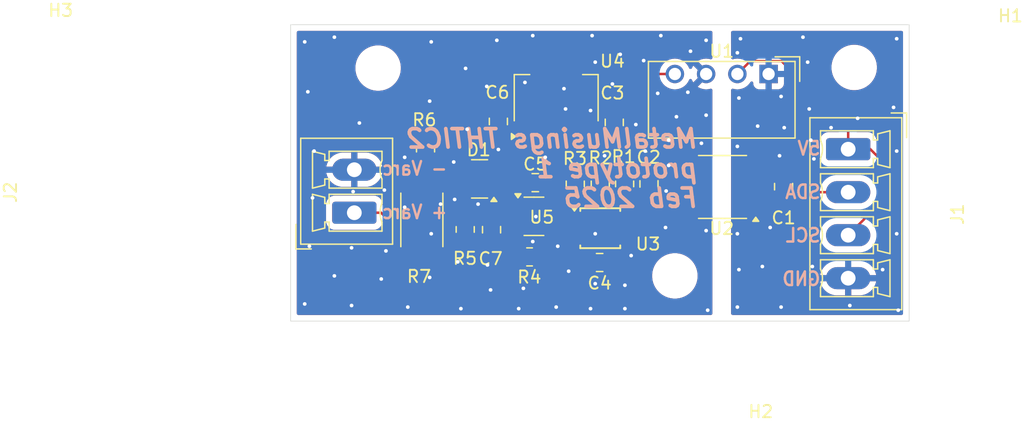
<source format=kicad_pcb>
(kicad_pcb (version 20240108) (generator "pcbnew") (generator_version "8.0")
  (layers (0 "F.Cu" signal) (31 "B.Cu" signal) (34 "B.Paste" user) (35 "F.Paste" user) (36 "B.SilkS" user "B.Silkscreen") (37 "F.SilkS" user "F.Silkscreen") (38 "B.Mask" user) (39 "F.Mask" user) (44 "Edge.Cuts" user))
  (net 0 "")
  (net 1 "GND")
  (net 2 "5V")
  (net 3 "Net-(U3-AIN0)")
  (net 4 "GND_ISO")
  (net 5 "Net-(U1-+Vout)")
  (net 6 "VCC_ISO")
  (net 8 "Net-(J1-Pin_2)")
  (net 9 "Net-(J1-Pin_3)")
  (net 10 "Net-(U2-SDA2)")
  (net 11 "Net-(D2-COM)")
  (net 12 "Net-(J2-Pin_1)")
  (net 14 "Net-(U7--)")
  (net 15 "Net-(R10-Pad2)")
  (net 17 "Net-(U2-SCL2)")
  (footprint "Package_TO_SOT_SMD:SOT-23-5" (layer "F.Cu") (at 167.8632 99.2924)
    (property "Reference" "U5" (at 0.6404 0.0724 0) (layer "F.SilkS"))
    (property "Value" "LMV321")
    (pad "1" smd roundrect (at -1.1375 -0.95) (size 1.325 0.6) (layers "F.Cu" "F.Paste" "F.Mask") (net 11 "Net-(D2-COM)"))
    (pad "2" smd roundrect (at -1.1375 0) (size 1.325 0.6) (layers "F.Cu" "F.Paste" "F.Mask") (net 4 "GND_ISO"))
    (pad "3" smd roundrect (at -1.1375 0.95) (size 1.325 0.6) (layers "F.Cu" "F.Paste" "F.Mask") (net 14 "Net-(U7--)"))
    (pad "4" smd roundrect (at 1.1375 0.95) (size 1.325 0.6) (layers "F.Cu" "F.Paste" "F.Mask") (net 14 "Net-(U7--)"))
    (pad "5" smd roundrect (at 1.1375 -0.95) (size 1.325 0.6) (layers "F.Cu" "F.Paste" "F.Mask") (net 6 "VCC_ISO"))
  )
  (footprint "MountingHole:MountingHole_3.2mm_M3" (layer "F.Cu") (at 193.9036 87.1728)
    (property "Reference" "H1" (at 12.7 -4.2 0) (layer "F.SilkS"))
    (property "Value" "MountingHole")
    (pad "" np_thru_hole circle (at 0 0) (size 3.2 3.2) (drill 3.2) (layers "*.Cu" "*.Mask"))
  )
  (footprint "Resistor_SMD:R_0805_2012Metric" (layer "F.Cu") (at 167.5076 102.5944)
    (property "Reference" "R4" (at -0.02 1.6472 0) (layer "F.SilkS"))
    (property "Value" "nP")
    (pad "1" smd roundrect (at -0.9125 0) (size 1.025 1.4) (layers "F.Cu" "F.Paste" "F.Mask") (roundrect_rratio 0.243902) (net 14 "Net-(U7--)"))
    (pad "2" smd roundrect (at 0.9125 0) (size 1.025 1.4) (layers "F.Cu" "F.Paste" "F.Mask") (roundrect_rratio 0.243902) (net 11 "Net-(D2-COM)"))
  )
  (footprint "Capacitor_SMD:C_0805_2012Metric" (layer "F.Cu") (at 164.4171 100.3808 -90)
    (property "Reference" "C7" (at 2.3574 0.0791 180) (layer "F.SilkS"))
    (property "Value" "1nF")
    (pad "1" smd roundrect (at -0.95 0 270) (size 1 1.45) (layers "F.Cu" "F.Paste" "F.Mask") (net 11 "Net-(D2-COM)"))
    (pad "2" smd roundrect (at 0.95 0 270) (size 1 1.45) (layers "F.Cu" "F.Paste" "F.Mask") (net 4 "GND_ISO"))
  )
  (footprint "Package_TO_SOT_SMD:SOT-23" (layer "F.Cu") (at 163.4436 96.2444 180)
    (property "Reference" "D1" (at 0.0708 2.366 0) (layer "F.SilkS"))
    (property "Value" "BAT54S")
    (pad "1" smd roundrect (at -0.9375 -0.95 180) (size 1.475 0.6) (layers "F.Cu" "F.Paste" "F.Mask") (net 4 "GND_ISO"))
    (pad "2" smd roundrect (at -0.9375 0.95 180) (size 1.475 0.6) (layers "F.Cu" "F.Paste" "F.Mask") (net 6 "VCC_ISO"))
    (pad "3" smd roundrect (at 0.9375 0 180) (size 1.475 0.6) (layers "F.Cu" "F.Paste" "F.Mask") (net 11 "Net-(D2-COM)"))
  )
  (footprint "Capacitor_SMD:C_0805_2012Metric" (layer "F.Cu") (at 177.2187 96.6518 -90)
    (property "Reference" "C2" (at -2.1638 0.0283 180) (layer "F.SilkS"))
    (property "Value" "100nF")
    (pad "1" smd roundrect (at -0.95 0 270) (size 1 1.45) (layers "F.Cu" "F.Paste" "F.Mask") (net 6 "VCC_ISO"))
    (pad "2" smd roundrect (at 0.95 0 270) (size 1 1.45) (layers "F.Cu" "F.Paste" "F.Mask") (net 4 "GND_ISO"))
  )
  (footprint "Capacitor_SMD:C_0805_2012Metric" (layer "F.Cu") (at 173.2055 103.0526 180)
    (property "Reference" "C4" (at 0 -1.68 0) (layer "F.SilkS"))
    (property "Value" "100nF")
    (pad "1" smd roundrect (at -0.95 0 180) (size 1 1.45) (layers "F.Cu" "F.Paste" "F.Mask") (net 6 "VCC_ISO"))
    (pad "2" smd roundrect (at 0.95 0 180) (size 1 1.45) (layers "F.Cu" "F.Paste" "F.Mask") (net 4 "GND_ISO"))
  )
  (footprint "MountingHole:MountingHole_3.2mm_M3" (layer "F.Cu") (at 155.194 87.2236)
    (property "Reference" "H3" (at -25.81 -4.694 0) (layer "F.SilkS"))
    (property "Value" "MountingHole")
    (pad "" np_thru_hole circle (at 0 0) (size 3.2 3.2) (drill 3.2) (layers "*.Cu" "*.Mask"))
  )
  (footprint "Resistor_SMD:R_0805_2012Metric" (layer "F.Cu") (at 171.2243 96.6518 90)
    (property "Reference" "R3" (at 2.0622 -0.0283 180) (layer "F.SilkS"))
    (property "Value" "47")
    (pad "1" smd roundrect (at -0.9125 0 90) (size 1.025 1.4) (layers "F.Cu" "F.Paste" "F.Mask") (roundrect_rratio 0.243902) (net 3 "Net-(U3-AIN0)"))
    (pad "2" smd roundrect (at 0.9125 0 90) (size 1.025 1.4) (layers "F.Cu" "F.Paste" "F.Mask") (roundrect_rratio 0.243902) (net 14 "Net-(U7--)"))
  )
  (footprint "Capacitor_SMD:C_0805_2012Metric" (layer "F.Cu") (at 167.9731 96.5502 180)
    (property "Reference" "C5" (at 0 1.5034 0) (layer "F.SilkS"))
    (property "Value" "100nF")
    (pad "1" smd roundrect (at -0.95 0 180) (size 1 1.45) (layers "F.Cu" "F.Paste" "F.Mask") (net 6 "VCC_ISO"))
    (pad "2" smd roundrect (at 0.95 0 180) (size 1 1.45) (layers "F.Cu" "F.Paste" "F.Mask") (net 4 "GND_ISO"))
  )
  (footprint "Resistor_SMD:R_0805_2012Metric" (layer "F.Cu") (at 173.2563 96.6518 -90)
    (property "Reference" "R2" (at -2.113 -0.0225 0) (layer "F.SilkS"))
    (property "Value" "2k2")
    (pad "1" smd roundrect (at -0.9125 0 270) (size 1.025 1.4) (layers "F.Cu" "F.Paste" "F.Mask") (roundrect_rratio 0.243902) (net 6 "VCC_ISO"))
    (pad "2" smd roundrect (at 0.9125 0 270) (size 1.025 1.4) (layers "F.Cu" "F.Paste" "F.Mask") (roundrect_rratio 0.243902) (net 17 "Net-(U2-SCL2)"))
  )
  (footprint "Package_SO:SOIC-8_3.9x4.9mm_P1.27mm" (layer "F.Cu") (at 183.199 96.901 180)
    (property "Reference" "U2" (at 0.065 -3.3782 0) (layer "F.SilkS"))
    (property "Value" "ISO1540")
    (pad "1" smd roundrect (at -2.475 -1.905 180) (size 1.95 0.6) (layers "F.Cu" "F.Paste" "F.Mask") (net 2 "5V"))
    (pad "2" smd roundrect (at -2.475 -0.635 180) (size 1.95 0.6) (layers "F.Cu" "F.Paste" "F.Mask") (net 8 "Net-(J1-Pin_2)"))
    (pad "3" smd roundrect (at -2.475 0.635 180) (size 1.95 0.6) (layers "F.Cu" "F.Paste" "F.Mask") (net 9 "Net-(J1-Pin_3)"))
    (pad "4" smd roundrect (at -2.475 1.905 180) (size 1.95 0.6) (layers "F.Cu" "F.Paste" "F.Mask") (net 1 "GND"))
    (pad "5" smd roundrect (at 2.475 1.905 180) (size 1.95 0.6) (layers "F.Cu" "F.Paste" "F.Mask") (net 4 "GND_ISO"))
    (pad "6" smd roundrect (at 2.475 0.635 180) (size 1.95 0.6) (layers "F.Cu" "F.Paste" "F.Mask") (net 17 "Net-(U2-SCL2)"))
    (pad "7" smd roundrect (at 2.475 -0.635 180) (size 1.95 0.6) (layers "F.Cu" "F.Paste" "F.Mask") (net 10 "Net-(U2-SDA2)"))
    (pad "8" smd roundrect (at 2.475 -1.905 180) (size 1.95 0.6) (layers "F.Cu" "F.Paste" "F.Mask") (net 6 "VCC_ISO"))
  )
  (footprint "MountingHole:MountingHole_3.2mm_M3" (layer "F.Cu") (at 179.324 104.14)
    (property "Reference" "H2" (at 6.985 11.049 0) (layer "F.SilkS"))
    (property "Value" "MountingHole")
    (pad "" np_thru_hole circle (at 0 0) (size 3.2 3.2) (drill 3.2) (layers "*.Cu" "*.Mask"))
  )
  (footprint "Resistor_SMD:R_2512_6332Metric" (layer "F.Cu") (at 158.75 99.5821 90)
    (property "Reference" "R7" (at -4.6087 -0.2315 180) (layer "F.SilkS"))
    (property "Value" "100k")
    (pad "1" smd roundrect (at -2.9625 0 90) (size 1.225 3.35) (layers "F.Cu" "F.Paste" "F.Mask") (roundrect_rratio 0.204082) (net 12 "Net-(J2-Pin_1)"))
    (pad "2" smd roundrect (at 2.9625 0 90) (size 1.225 3.35) (layers "F.Cu" "F.Paste" "F.Mask") (roundrect_rratio 0.204082) (net 15 "Net-(R10-Pad2)"))
  )
  (footprint "Connector_Phoenix_MC:PhoenixContact_MCV_1,5_2-G-3.5_1x02_P3.50mm_Vertical" (layer "F.Cu") (at 153.259 98.998 90)
    (property "Reference" "J2" (at 1.6625 -27.9615 90) (layer "F.SilkS"))
    (property "Value" "Plasma 300V")
    (pad "1" thru_hole roundrect (at 0 0 90) (size 1.8 3.6) (drill 1.2) (layers "*.Cu" "*.Mask") (roundrect_rratio 0.138889) (net 12 "Net-(J2-Pin_1)"))
    (pad "2" thru_hole oval (at 3.5 0 90) (size 1.8 3.6) (drill 1.2) (layers "*.Cu" "*.Mask") (net 4 "GND_ISO"))
  )
  (footprint "Capacitor_SMD:C_0805_2012Metric" (layer "F.Cu") (at 164.973 91.567 -90)
    (property "Reference" "C6" (at -2.3622 0.0762 180) (layer "F.SilkS"))
    (property "Value" "22uF Tant")
    (pad "1" smd roundrect (at -0.95 0 270) (size 1 1.45) (layers "F.Cu" "F.Paste" "F.Mask") (net 6 "VCC_ISO"))
    (pad "2" smd roundrect (at 0.95 0 270) (size 1 1.45) (layers "F.Cu" "F.Paste" "F.Mask") (net 4 "GND_ISO"))
  )
  (footprint "Capacitor_SMD:C_0805_2012Metric" (layer "F.Cu") (at 188.1632 96.8756 90)
    (property "Reference" "C1" (at -2.54 0 180) (layer "F.SilkS"))
    (property "Value" "100nF")
    (pad "1" smd roundrect (at -0.95 0 90) (size 1 1.45) (layers "F.Cu" "F.Paste" "F.Mask") (net 2 "5V"))
    (pad "2" smd roundrect (at 0.95 0 90) (size 1 1.45) (layers "F.Cu" "F.Paste" "F.Mask") (net 1 "GND"))
  )
  (footprint "Capacitor_SMD:C_0805_2012Metric" (layer "F.Cu") (at 174.3964 91.6432 -90)
    (property "Reference" "C3" (at -2.3876 0.1524 0) (layer "F.SilkS"))
    (property "Value" "10uF")
    (pad "1" smd roundrect (at -0.95 0 270) (size 1 1.45) (layers "F.Cu" "F.Paste" "F.Mask") (net 5 "Net-(U1-+Vout)"))
    (pad "2" smd roundrect (at 0.95 0 270) (size 1 1.45) (layers "F.Cu" "F.Paste" "F.Mask") (net 4 "GND_ISO"))
  )
  (footprint "Package_TO_SOT_SMD:SOT-223-3_TabPin2" (layer "F.Cu") (at 169.672 89.662 90)
    (property "Reference" "U4" (at 2.9972 4.572 0) (layer "F.SilkS"))
    (property "Value" "AMS1117-5")
    (pad "1" smd roundrect (at -3.15 -2.3 90) (size 2 1.5) (layers "F.Cu" "F.Paste" "F.Mask") (net 4 "GND_ISO"))
    (pad "2" smd roundrect (at -3.15 0 90) (size 2 1.5) (layers "F.Cu" "F.Paste" "F.Mask") (net 6 "VCC_ISO"))
    (pad "2" smd roundrect (at 3.15 0 90) (size 2 3.8) (layers "F.Cu" "F.Paste" "F.Mask") (net 6 "VCC_ISO"))
    (pad "3" smd roundrect (at -3.15 2.3 90) (size 2 1.5) (layers "F.Cu" "F.Paste" "F.Mask") (net 5 "Net-(U1-+Vout)"))
  )
  (footprint "Resistor_SMD:R_0805_2012Metric" (layer "F.Cu") (at 159.0502 93.8183 90)
    (property "Reference" "R6" (at 2.3783 -0.097 180) (layer "F.SilkS"))
    (property "Value" "1k27")
    (pad "1" smd roundrect (at -0.9125 0 90) (size 1.025 1.4) (layers "F.Cu" "F.Paste" "F.Mask") (roundrect_rratio 0.243902) (net 15 "Net-(R10-Pad2)"))
    (pad "2" smd roundrect (at 0.9125 0 90) (size 1.025 1.4) (layers "F.Cu" "F.Paste" "F.Mask") (roundrect_rratio 0.243902) (net 4 "GND_ISO"))
  )
  (footprint "Resistor_SMD:R_0805_2012Metric" (layer "F.Cu") (at 175.2375 96.6518 -90)
    (property "Reference" "R1" (at -2.2146 0.0791 0) (layer "F.SilkS"))
    (property "Value" "2k2")
    (pad "1" smd roundrect (at -0.9125 0 270) (size 1.025 1.4) (layers "F.Cu" "F.Paste" "F.Mask") (roundrect_rratio 0.243902) (net 6 "VCC_ISO"))
    (pad "2" smd roundrect (at 0.9125 0 270) (size 1.025 1.4) (layers "F.Cu" "F.Paste" "F.Mask") (roundrect_rratio 0.243902) (net 10 "Net-(U2-SDA2)"))
  )
  (footprint "Converter_DCDC:Converter_DCDC_TRACO_TEA1-xxxx_THT" (layer "F.Cu") (at 186.944 87.7045 -90)
    (property "Reference" "U1" (at -1.8525 3.81 0) (layer "F.SilkS"))
    (property "Value" "B0509S-1WR3")
    (pad "1" thru_hole rect (at 0 0 270) (size 1.5 1.5) (drill 1) (layers "*.Cu" "*.Mask") (net 1 "GND"))
    (pad "2" thru_hole circle (at 0 2.54 270) (size 1.5 1.5) (drill 1) (layers "*.Cu" "*.Mask") (net 2 "5V"))
    (pad "3" thru_hole circle (at 0 5.08 270) (size 1.5 1.5) (drill 1) (layers "*.Cu" "*.Mask") (net 4 "GND_ISO"))
    (pad "4" thru_hole circle (at 0 7.62 270) (size 1.5 1.5) (drill 1) (layers "*.Cu" "*.Mask") (net 5 "Net-(U1-+Vout)"))
  )
  (footprint "Connector_Phoenix_MC:PhoenixContact_MCV_1,5_4-G-3.5_1x04_P3.50mm_Vertical" (layer "F.Cu") (at 193.4135 93.8275 -90)
    (property "Reference" "J1" (at 5.293 -8.89 90) (layer "F.SilkS"))
    (property "Value" "Conn_01x04_Pin")
    (pad "1" thru_hole roundrect (at 0 0 270) (size 1.8 3.6) (drill 1.2) (layers "*.Cu" "*.Mask") (roundrect_rratio 0.138889) (net 2 "5V"))
    (pad "2" thru_hole oval (at 3.5 0 270) (size 1.8 3.6) (drill 1.2) (layers "*.Cu" "*.Mask") (net 8 "Net-(J1-Pin_2)"))
    (pad "3" thru_hole oval (at 7 0 270) (size 1.8 3.6) (drill 1.2) (layers "*.Cu" "*.Mask") (net 9 "Net-(J1-Pin_3)"))
    (pad "4" thru_hole oval (at 10.5 0 270) (size 1.8 3.6) (drill 1.2) (layers "*.Cu" "*.Mask") (net 1 "GND"))
  )
  (footprint "Resistor_SMD:R_0805_2012Metric" (layer "F.Cu") (at 162.2752 100.3592 -90)
    (property "Reference" "R5" (at 2.3584 0.02 0) (layer "F.SilkS"))
    (property "Value" "10k")
    (pad "1" smd roundrect (at -0.9125 0 270) (size 1.025 1.4) (layers "F.Cu" "F.Paste" "F.Mask") (roundrect_rratio 0.243902) (net 11 "Net-(D2-COM)"))
    (pad "2" smd roundrect (at 0.9125 0 270) (size 1.025 1.4) (layers "F.Cu" "F.Paste" "F.Mask") (roundrect_rratio 0.243902) (net 15 "Net-(R10-Pad2)"))
  )
  (footprint "Package_SO:TSSOP-10_3x3mm_P0.5mm" (layer "F.Cu") (at 173.2563 100.2586)
    (property "Reference" "U3" (at 3.8833 1.2906 0) (layer "F.SilkS"))
    (property "Value" "ADS1014IDGS")
    (pad "1" smd rect (at -2.15 -1) (size 1.1 0.25) (layers "F.Cu" "F.Paste" "F.Mask") (net 4 "GND_ISO"))
    (pad "2" smd rect (at -2.15 -0.5) (size 1.1 0.25) (layers "F.Cu" "F.Paste" "F.Mask"))
    (pad "3" smd rect (at -2.15 0) (size 1.1 0.25) (layers "F.Cu" "F.Paste" "F.Mask") (net 4 "GND_ISO"))
    (pad "4" smd rect (at -2.15 0.5) (size 1.1 0.25) (layers "F.Cu" "F.Paste" "F.Mask") (net 3 "Net-(U3-AIN0)"))
    (pad "5" smd rect (at -2.15 1) (size 1.1 0.25) (layers "F.Cu" "F.Paste" "F.Mask") (net 4 "GND_ISO"))
    (pad "6" smd rect (at 2.15 1) (size 1.1 0.25) (layers "F.Cu" "F.Paste" "F.Mask"))
    (pad "7" smd rect (at 2.15 0.5) (size 1.1 0.25) (layers "F.Cu" "F.Paste" "F.Mask"))
    (pad "8" smd rect (at 2.15 0) (size 1.1 0.25) (layers "F.Cu" "F.Paste" "F.Mask") (net 6 "VCC_ISO"))
    (pad "9" smd rect (at 2.15 -0.5) (size 1.1 0.25) (layers "F.Cu" "F.Paste" "F.Mask") (net 10 "Net-(U2-SDA2)"))
    (pad "10" smd rect (at 2.15 -1) (size 1.1 0.25) (layers "F.Cu" "F.Paste" "F.Mask") (net 17 "Net-(U2-SCL2)"))
  )
  (gr_rect (start 148.082 83.693) (end 198.374 107.823) (stroke (width 0.05)) (fill none) (layer "Edge.Cuts"))
  (gr_text "MetalMusings THTIC2\nprototype 1\nFeb 2025" (at 181.356 98.679 0) (layer "B.SilkS") (effects (font (size 1.5 1.5) (thickness 0.3) (bold yes) (italic yes)) (justify left bottom mirror)))
  (gr_text "- Varc\n\n+ Varc\n" (at 160.909 99.5821 0) (layer "B.SilkS") (effects (font (size 1.1 1) (thickness 0.2) (bold yes)) (justify left bottom mirror)))
  (gr_text "5V\n\nSDA\n\nSCL\n\nGND" (at 191.262 105.029 0) (layer "B.SilkS") (effects (font (size 1.1 1) (thickness 0.2) (bold yes)) (justify left bottom mirror)))
  (segment (start 185.674 94.996) (end 186.944 93.726) (width 0.2) (layer "F.Cu") (net 1))
  (segment (start 185.674 94.996) (end 187.2336 94.996) (width 0.2) (layer "F.Cu") (net 1))
  (segment (start 187.2336 94.996) (end 188.1632 95.9256) (width 0.2) (layer "F.Cu") (net 1))
  (segment (start 186.944 93.726) (end 186.944 87.7045) (width 0.2) (layer "F.Cu") (net 1))
  (via (at 192.024 92.075) (size 0.6) (drill 0.3) (layers "F.Cu" "B.Cu") (net 1))
  (via (at 197.104 90.424) (size 0.6) (drill 0.3) (layers "F.Cu" "B.Cu") (net 1))
  (via (at 184.404 100.711) (size 0.6) (drill 0.3) (layers "F.Cu" "B.Cu") (net 1))
  (via (at 190.5 103.378) (size 0.6) (drill 0.3) (layers "F.Cu" "B.Cu") (net 1))
  (via (at 190.119 86.741) (size 0.6) (drill 0.3) (layers "F.Cu" "B.Cu") (net 1))
  (via (at 184.404 93.599) (size 0.6) (drill 0.3) (layers "F.Cu" "B.Cu") (net 1))
  (via (at 196.215 103.632) (size 0.6) (drill 0.3) (layers "F.Cu" "B.Cu") (net 1))
  (via (at 184.658 84.836) (size 0.6) (drill 0.3) (layers "F.Cu" "B.Cu") (net 1))
  (via (at 189.738 84.709) (size 0.6) (drill 0.3) (layers "F.Cu" "B.Cu") (net 1))
  (via (at 197.485 106.934) (size 0.6) (drill 0.3) (layers "F.Cu" "B.Cu") (net 1))
  (via (at 194.183 91.313) (size 0.6) (drill 0.3) (layers "F.Cu" "B.Cu") (net 1))
  (via (at 187.96 89.535) (size 0.6) (drill 0.3) (layers "F.Cu" "B.Cu") (net 1))
  (via (at 190.627 94.615) (size 0.6) (drill 0.3) (layers "F.Cu" "B.Cu") (net 1))
  (via (at 187.96 106.68) (size 0.6) (drill 0.3) (layers "F.Cu" "B.Cu") (net 1))
  (via (at 193.548 106.553) (size 0.6) (drill 0.3) (layers "F.Cu" "B.Cu") (net 1))
  (via (at 187.833 94.361) (size 0.6) (drill 0.3) (layers "F.Cu" "B.Cu") (net 1))
  (via (at 197.358 93.98) (size 0.6) (drill 0.3) (layers "F.Cu" "B.Cu") (net 1))
  (via (at 190.373 93.091) (size 0.6) (drill 0.3) (layers "F.Cu" "B.Cu") (net 1))
  (via (at 197.358 100.711) (size 0.6) (drill 0.3) (layers "F.Cu" "B.Cu") (net 1))
  (via (at 184.404 85.979) (size 0.6) (drill 0.3) (layers "F.Cu" "B.Cu") (net 1))
  (via (at 186.436 103.378) (size 0.6) (drill 0.3) (layers "F.Cu" "B.Cu") (net 1))
  (via (at 186.055 91.948) (size 0.6) (drill 0.3) (layers "F.Cu" "B.Cu") (net 1))
  (via (at 197.358 84.836) (size 0.6) (drill 0.3) (layers "F.Cu" "B.Cu") (net 1))
  (via (at 188.214 92.075) (size 0.6) (drill 0.3) (layers "F.Cu" "B.Cu") (net 1))
  (via (at 190.246 90.551) (size 0.6) (drill 0.3) (layers "F.Cu" "B.Cu") (net 1))
  (via (at 184.531 103.632) (size 0.6) (drill 0.3) (layers "F.Cu" "B.Cu") (net 1))
  (via (at 184.404 106.68) (size 0.6) (drill 0.3) (layers "F.Cu" "B.Cu") (net 1))
  (via (at 187.071 100.203) (size 0.6) (drill 0.3) (layers "F.Cu" "B.Cu") (net 1))
  (via (at 184.531 89.662) (size 0.6) (drill 0.3) (layers "F.Cu" "B.Cu") (net 1))
  (segment (start 193.4135 93.8275) (end 193.4135 92.074) (width 0.2) (layer "F.Cu") (net 2))
  (segment (start 185.674 98.806) (end 187.1828 98.806) (width 0.2) (layer "F.Cu") (net 2))
  (segment (start 195.072 102.489) (end 196.361 101.2) (width 0.2) (layer "F.Cu") (net 2))
  (segment (start 196.361 94.975) (end 195.2135 93.8275) (width 0.2) (layer "F.Cu") (net 2))
  (segment (start 191.262 102.489) (end 195.072 102.489) (width 0.2) (layer "F.Cu") (net 2))
  (segment (start 188.1632 99.3902) (end 191.262 102.489) (width 0.2) (layer "F.Cu") (net 2))
  (segment (start 188.1632 97.8256) (end 188.1632 99.3902) (width 0.2) (layer "F.Cu") (net 2))
  (segment (start 195.2135 93.8275) (end 193.4135 93.8275) (width 0.2) (layer "F.Cu") (net 2))
  (segment (start 185.454 86.6545) (end 184.404 87.7045) (width 0.2) (layer "F.Cu") (net 2))
  (segment (start 196.361 101.2) (end 196.361 94.975) (width 0.2) (layer "F.Cu") (net 2))
  (segment (start 187.1828 98.806) (end 188.1632 97.8256) (width 0.2) (layer "F.Cu") (net 2))
  (segment (start 193.4135 92.074) (end 187.994 86.6545) (width 0.2) (layer "F.Cu") (net 2))
  (segment (start 187.994 86.6545) (end 185.454 86.6545) (width 0.2) (layer "F.Cu") (net 2))
  (segment (start 171.1063 100.7586) (end 171.8813 100.7586) (width 0.2) (layer "F.Cu") (net 3))
  (segment (start 171.2243 98.1016) (end 171.2243 97.5643) (width 0.2) (layer "F.Cu") (net 3))
  (segment (start 171.8813 100.7586) (end 171.9563 100.6836) (width 0.2) (layer "F.Cu") (net 3))
  (segment (start 171.9563 100.6836) (end 171.9563 98.8336) (width 0.2) (layer "F.Cu") (net 3))
  (segment (start 171.9563 98.8336) (end 171.2243 98.1016) (width 0.2) (layer "F.Cu") (net 3))
  (segment (start 171.1063 100.2586) (end 170.3313 100.2586) (width 0.2) (layer "F.Cu") (net 4))
  (segment (start 170.3313 101.2586) (end 170.2563 101.1836) (width 0.2) (layer "F.Cu") (net 4))
  (segment (start 177.5893 97.2312) (end 177.2187 97.6018) (width 0.2) (layer "F.Cu") (net 4))
  (segment (start 171.1063 101.9034) (end 171.1063 101.2586) (width 0.2) (layer "F.Cu") (net 4))
  (segment (start 167.0231 96.5502) (end 166.6673 96.1944) (width 0.2) (layer "F.Cu") (net 4))
  (segment (start 161.163 95.9358) (end 161.3408 95.758) (width 0.2) (layer "F.Cu") (net 4))
  (segment (start 170.250187 102.261557) (end 168.079744 104.432) (width 0.2) (layer "F.Cu") (net 4))
  (segment (start 160.782 98.552) (end 161.417 97.917) (width 0.2) (layer "F.Cu") (net 4))
  (segment (start 178.6128 97.2312) (end 177.5893 97.2312) (width 0.2) (layer "F.Cu") (net 4))
  (segment (start 161.163 96.901) (end 161.163 95.9358) (width 0.2) (layer "F.Cu") (net 4))
  (segment (start 157.6652 92.9058) (end 159.0502 92.9058) (width 0.2) (layer "F.Cu") (net 4))
  (segment (start 164.4171 101.361) (end 163.861744 101.361) (width 0.2) (layer "F.Cu") (net 4))
  (segment (start 179.324 94.996) (end 179.1716 95.1484) (width 0.2) (layer "F.Cu") (net 4))
  (segment (start 164.0284 88.7174) (end 167.5338 85.212) (width 0.2) (layer "F.Cu") (net 4))
  (segment (start 161.3408 93.5228) (end 160.7238 92.9058) (width 0.2) (layer "F.Cu") (net 4))
  (segment (start 164.973 92.517) (end 167.077 92.517) (width 0.2) (layer "F.Cu") (net 4))
  (segment (start 166.6673 96.1944) (end 163.86 96.1944) (width 0.2) (layer "F.Cu") (net 4))
  (segment (start 174.3964 92.5932) (end 176.8737 92.5932) (width 0.2) (layer "F.Cu") (net 4))
  (segment (start 167.5338 85.212) (end 179.3715 85.212) (width 0.2) (layer "F.Cu") (net 4))
  (segment (start 160.782 99.450744) (end 160.782 98.552) (width 0.2) (layer "F.Cu") (net 4))
  (segment (start 161.3408 95.758) (end 161.3408 94.869) (width 0.2) (layer "F.Cu") (net 4))
  (segment (start 181.864 87.7045) (end 180.37725 89.19125) (width 0.2) (layer "F.Cu") (net 4))
  (segment (start 164.973 92.517) (end 163.449 90.993) (width 0.2) (layer "F.Cu") (net 4))
  (segment (start 171.1063 99.2586) (end 170.3563 99.2586) (width 0.2) (layer "F.Cu") (net 4))
  (segment (start 161.417 97.917) (end 162.1396 97.1944) (width 0.2) (layer "F.Cu") (net 4))
  (segment (start 179.578 94.996) (end 179.324 94.996) (width 0.2) (layer "F.Cu") (net 4))
  (segment (start 167.077 92.517) (end 167.372 92.812) (width 0.2) (layer "F.Cu") (net 4))
  (segment (start 179.324 94.996) (end 176.94825 92.62025) (width 0.2) (layer "F.Cu") (net 4))
  (segment (start 167.894 97.4211) (end 167.894 98.786599) (width 0.2) (layer "F.Cu") (net 4))
  (segment (start 170.2563 100.3336) (end 170.3313 100.2586) (width 0.2) (layer "F.Cu") (net 4))
  (segment (start 161.8488 95.25) (end 162.9156 95.25) (width 0.2) (layer "F.Cu") (net 4))
  (segment (start 170.2563 101.1836) (end 170.2563 100.3336) (width 0.2) (layer "F.Cu") (net 4))
  (segment (start 162.9156 95.25) (end 162.9156 94.5744) (width 0.2) (layer "F.Cu") (net 4))
  (segment (start 166.36977 104.432) (end 164.4171 102.47933) (width 0.2) (layer "F.Cu") (net 4))
  (segment (start 164.4171 102.47933) (end 164.4171 101.361) (width 0.2) (layer "F.Cu") (net 4))
  (segment (start 164.3811 97.1944) (end 161.4564 97.1944) (width 0.2) (layer "F.Cu") (net 4))
  (segment (start 162.1396 97.1944) (end 164.3811 97.1944) (width 0.2) (layer "F.Cu") (net 4))
  (segment (start 180.37725 89.19125) (end 176.94825 92.62025) (width 0.2) (layer "F.Cu") (net 4))
  (segment (start 162.759944 100.2592) (end 161.590456 100.2592) (width 0.2) (layer "F.Cu") (net 4))
  (segment (start 167.0231 96.5502) (end 167.894 97.4211) (width 0.2) (layer "F.Cu") (net 4))
  (segment (start 161.3408 95.758) (end 161.8488 95.25) (width 0.2) (layer "F.Cu") (net 4))
  (segment (start 170.3313 100.2586) (end 170.2563 100.1836) (width 0.2) (layer "F.Cu") (net 4))
  (segment (start 156.21 95.377) (end 156.21 94.361) (width 0.2) (layer "F.Cu") (net 4))
  (segment (start 170.2563 100.1836) (end 170.2563 99.3336) (width 0.2) (layer "F.Cu") (net 4))
  (segment (start 162.9156 94.5744) (end 164.973 92.517) (width 0.2) (layer "F.Cu") (net 4))
  (segment (start 170.250187 99.364713) (end 170.250187 102.261557) (width 0.2) (layer "F.Cu") (net 4))
  (segment (start 161.4564 97.1944) (end 161.163 96.901) (width 0.2) (layer "F.Cu") (net 4))
  (segment (start 170.2563 99.3336) (end 170.3313 99.2586) (width 0.2) (layer "F.Cu") (net 4))
  (segment (start 176.8737 92.5932) (end 176.9245 92.644) (width 0.2) (layer "F.Cu") (net 4))
  (segment (start 161.3408 94.869) (end 161.3408 93.5228) (width 0.2) (layer "F.Cu") (net 4))
  (segment (start 179.1716 95.1484) (end 178.816 95.1484) (width 0.2) (layer "F.Cu") (net 4))
  (segment (start 156.089 95.498) (end 156.21 95.377) (width 0.2) (layer "F.Cu") (net 4))
  (segment (start 176.94825 92.62025) (end 176.9245 92.644) (width 0.2) (layer "F.Cu") (net 4))
  (segment (start 179.3715 85.212) (end 181.864 87.7045) (width 0.2) (layer "F.Cu") (net 4))
  (segment (start 163.861744 101.361) (end 162.759944 100.2592) (width 0.2) (layer "F.Cu") (net 4))
  (segment (start 167.388199 99.2924) (end 166.7257 99.2924) (width 0.2) (layer "F.Cu") (net 4))
  (segment (start 171.1063 101.2586) (end 170.3313 101.2586) (width 0.2) (layer "F.Cu") (net 4))
  (segment (start 172.2555 103.0526) (end 171.1063 101.9034) (width 0.2) (layer "F.Cu") (net 4))
  (segment (start 153.259 95.498) (end 156.089 95.498) (width 0.2) (layer "F.Cu") (net 4))
  (segment (start 156.21 94.361) (end 157.6652 92.9058) (width 0.2) (layer "F.Cu") (net 4))
  (segment (start 170.3563 99.2586) (end 170.250187 99.364713) (width 0.2) (layer "F.Cu") (net 4))
  (segment (start 163.449 89.2968) (end 164.0284 88.7174) (width 0.2) (layer "F.Cu") (net 4))
  (segment (start 162.9156 95.25) (end 163.322 95.6564) (width 0.2) (layer "F.Cu") (net 4))
  (segment (start 167.894 98.786599) (end 167.388199 99.2924) (width 0.2) (layer "F.Cu") (net 4))
  (segment (start 160.7238 92.9058) (end 159.0502 92.9058) (width 0.2) (layer "F.Cu") (net 4))
  (segment (start 163.86 96.1944) (end 163.322 95.6564) (width 0.2) (layer "F.Cu") (net 4))
  (segment (start 170.3313 99.2586) (end 171.1063 99.2586) (width 0.2) (layer "F.Cu") (net 4))
  (segment (start 180.724 94.996) (end 179.578 94.996) (width 0.2) (layer "F.Cu") (net 4))
  (segment (start 163.449 90.993) (end 163.449 89.2968) (width 0.2) (layer "F.Cu") (net 4))
  (segment (start 168.079744 104.432) (end 166.36977 104.432) (width 0.2) (layer "F.Cu") (net 4))
  (segment (start 161.590456 100.2592) (end 160.782 99.450744) (width 0.2) (layer "F.Cu") (net 4))
  (via (at 178.6128 97.2312) (size 0.6) (drill 0.3) (layers "F.Cu" "B.Cu") (net 4))
  (via (at 149.225 85.09) (size 0.6) (drill 0.3) (layers "F.Cu" "B.Cu") (net 4))
  (via (at 169.672 106.68) (size 0.6) (drill 0.3) (layers "F.Cu" "B.Cu") (net 4))
  (via (at 155.829 102.108) (size 0.6) (drill 0.3) (layers "F.Cu" "B.Cu") (net 4))
  (via (at 167.005 105.156) (size 0.6) (drill 0.3) (layers "F.Cu" "B.Cu") (net 4))
  (via (at 172.847 104.775) (size 0.6) (drill 0.3) (layers "F.Cu" "B.Cu") (net 4))
  (via (at 181.864 100.457) (size 0.6) (drill 0.3) (layers "F.Cu" "B.Cu") (net 4))
  (via (at 159.385 89.916) (size 0.6) (drill 0.3) (layers "F.Cu" "B.Cu") (net 4))
  (via (at 176.784 86.614) (size 0.6) (drill 0.3) (layers "F.Cu" "B.Cu") (net 4))
  (via (at 153.162 97.282) (size 0.6) (drill 0.3) (layers "F.Cu" "B.Cu") (net 4))
  (via (at 181.483 93.345) (size 0.6) (drill 0.3) (layers "F.Cu" "B.Cu") (net 4))
  (via (at 167.767 101.346) (size 0.6) (drill 0.3) (layers "F.Cu" "B.Cu") (net 4))
  (via (at 181.864 84.963) (size 0.6) (drill 0.3) (layers "F.Cu" "B.Cu") (net 4))
  (via (at 168.021 99.314) (size 0.6) (drill 0.3) (layers "F.Cu" "B.Cu") (net 4))
  (via (at 149.987 93.98) (size 0.6) (drill 0.3) (layers "F.Cu" "B.Cu") (net 4))
  (via (at 181.991 106.934) (size 0.6) (drill 0.3) (layers "F.Cu" "B.Cu") (net 4))
  (via (at 164.973 93.853) (size 0.6) (drill 0.3) (layers "F.Cu" "B.Cu") (net 4))
  (via (at 157.353 98.552) (size 0.6) (drill 0.3) (layers "F.Cu" "B.Cu") (net 4))
  (via (at 159.512 85.09) (size 0.6) (drill 0.3) (layers "F.Cu" "B.Cu") (net 4))
  (via (at 159.512 100.711) (size 0.6) (drill 0.3) (layers "F.Cu" "B.Cu") (net 4))
  (via (at 149.479 89.154) (size 0.6) (drill 0.3) (layers "F.Cu" "B.Cu") (net 4))
  (via (at 175.768 102.489) (size 0.6) (drill 0.3) (layers "F.Cu" "B.Cu") (net 4))
  (via (at 174.244 88.519) (size 0.6) (drill 0.3) (layers "F.Cu" "B.Cu") (net 4))
  (via (at 173.609 94.361) (size 0.6) (drill 0.3) (layers "F.Cu" "B.Cu") (net 4))
  (via (at 178.562 100.203) (size 0.6) (drill 0.3) (layers "F.Cu" "B.Cu") (net 4))
  (via (at 176.149 91.821) (size 0.6) (drill 0.3) (layers "F.Cu" "B.Cu") (net 4))
  (via (at 153.035 101.854) (size 0.6) (drill 0.3) (layers "F.Cu" "B.Cu") (net 4))
  (via (at 164.338 105.283) (size 0.6) (drill 0.3) (layers "F.Cu" "B.Cu") (net 4))
  (via (at 160.274 98.298) (size 0.6) (drill 0.3) (layers "F.Cu" "B.Cu") (net 4))
  (via (at 151.638 104.14) (size 0.6) (drill 0.3) (layers "F.Cu" "B.Cu") (net 4))
  (via (at 163.322 98.298) (size 0.6) (drill 0.3) (layers "F.Cu" "B.Cu") (net 4))
  (via (at 149.606 101.727) (size 0.6) (drill 0.3) (layers "F.Cu" "B.Cu") (net 4))
  (via (at 175.26 104.902) (size 0.6) (drill 0.3) (layers "F.Cu" "B.Cu") (net 4))
  (via (at 149.225 106.426) (size 0.6) (drill 0.3) (layers "F.Cu" "B.Cu") (net 4))
  (via (at 172.847 100.711) (size 0.6) (drill 0.3) (layers "F.Cu" "B.Cu") (net 4))
  (via (at 162.306 87.249) (size 0.6) (drill 0.3) (layers "F.Cu" "B.Cu") (net 4))
  (via (at 166.624 106.807) (size 0.6) (drill 0.3) (layers "F.Cu" "B.Cu") (net 4))
  (via (at 164.084 103.251) (size 0.6) (drill 0.3) (layers "F.Cu" "B.Cu") (net 4))
  (via (at 161.925 106.807) (size 0.6) (drill 0.3) (layers "F.Cu" "B.Cu") (net 4))
  (via (at 162.433 92.202) (size 0.6) (drill 0.3) (layers "F.Cu" "B.Cu") (net 4))
  (via (at 155.702 97.155) (size 0.6) (drill 0.3) (layers "F.Cu" "B.Cu") (net 4))
  (via (at 170.307 88.9) (size 0.6) (drill 0.3) (layers "F.Cu" "B.Cu") (net 4))
  (via (at 157.607 106.68) (size 0.6) (drill 0.3) (layers "F.Cu" "B.Cu") (net 4))
  (via (at 178.181 84.582) (size 0.6) (drill 0.3) (layers "F.Cu" "B.Cu") (net 4))
  (via (at 175.26 106.807) (size 0.6) (drill 0.3) (layers "F.Cu" "B.Cu") (net 4))
  (via (at 172.593 84.582) (size 0.6) (drill 0.3) (layers "F.Cu" "B.Cu") (net 4))
  (via (at 159.385 104.267) (size 0.6) (drill 0.3) (layers "F.Cu" "B.Cu") (net 4))
  (via (at 153.035 106.553) (size 0.6) (drill 0.3) (layers "F.Cu" "B.Cu") (net 4))
  (via (at 180.37725 89.19125) (size 0.6) (drill 0.3) (layers "F.Cu" "B.Cu") (net 4))
  (via (at 176.911 93.98) (size 0.6) (drill 0.3) (layers "F.Cu" "B.Cu") (net 4))
  (via (at 172.466 106.807) (size 0.6) (drill 0.3) (layers "F.Cu" "B.Cu") (net 4))
  (via (at 172.466 90.678) (size 0.6) (drill 0.3) (layers "F.Cu" "B.Cu") (net 4))
  (via (at 170.434 90.551) (size 0.6) (drill 0.3) (layers "F.Cu" "B.Cu") (net 4))
  (via (at 161.671 102.997) (size 0.6) (drill 0.3) (layers "F.Cu" "B.Cu") (net 4))
  (via (at 174.879 86.106) (size 0.6) (drill 0.3) (layers "F.Cu" "B.Cu") (net 4))
  (via (at 177.927 89.281) (size 0.6) (drill 0.3) (layers "F.Cu" "B.Cu") (net 4))
  (via (at 179.451 91.186) (size 0.6) (drill 0.3) (layers "F.Cu" "B.Cu") (net 4))
  (via (at 169.799 101.727) (size 0.6) (drill 0.3) (layers "F.Cu" "B.Cu") (net 4))
  (via (at 164.0284 88.7174) (size 0.6) (drill 0.3) (layers "F.Cu" "B.Cu") (net 4))
  (via (at 155.448 104.394) (size 0.6) (drill 0.3) (layers "F.Cu" "B.Cu") (net 4))
  (via (at 149.86 97.79) (size 0.6) (drill 0.3) (layers "F.Cu" "B.Cu") (net 4))
  (via (at 170.688 103.759) (size 0.6) (drill 0.3) (layers "F.Cu" "B.Cu") (net 4))
  (via (at 181.864 91.059) (size 0.6) (drill 0.3) (layers "F.Cu" "B.Cu") (net 4))
  (via (at 157.353 94.488) (size 0.6) (drill 0.3) (layers "F.Cu" "B.Cu") (net 4))
  (via (at 180.594 85.852) (size 0.6) (drill 0.3) (layers "F.Cu" "B.Cu") (net 4))
  (via (at 161.417 97.917) (size 0.6) (drill 0.3) (layers "F.Cu" "B.Cu") (net 4))
  (via (at 167.132 88.392) (size 0.6) (drill 0.3) (layers "F.Cu" "B.Cu") (net 4))
  (via (at 178.816 95.1484) (size 0.6) (drill 0.3) (layers "F.Cu" "B.Cu") (net 4))
  (via (at 167.767 84.582) (size 0.6) (drill 0.3) (layers "F.Cu" "B.Cu") (net 4))
  (via (at 153.67 91.694) (size 0.6) (drill 0.3) (layers "F.Cu" "B.Cu") (net 4))
  (via (at 172.847 86.741) (size 0.6) (drill 0.3) (layers "F.Cu" "B.Cu") (net 4))
  (via (at 164.846 84.963) (size 0.6) (drill 0.3) (layers "F.Cu" "B.Cu") (net 4))
  (via (at 168.783 94.488) (size 0.6) (drill 0.3) (layers "F.Cu" "B.Cu") (net 4))
  (via (at 178.816 93.091) (size 0.6) (drill 0.3) (layers "F.Cu" "B.Cu") (net 4))
  (via (at 151.638 84.709) (size 0.6) (drill 0.3) (layers "F.Cu" "B.Cu") (net 4))
  (via (at 161.3408 94.869) (size 0.6) (drill 0.3) (layers "F.Cu" "B.Cu") (net 4))
  (segment (start 178.816 95.1484) (end 178.816 97.028) (width 0.2) (layer "B.Cu") (net 4))
  (segment (start 178.816 97.028) (end 178.6128 97.2312) (width 0.2) (layer "B.Cu") (net 4))
  (segment (start 177.1565 87.9331) (end 177.1565 87.7045) (width 0.2) (layer "F.Cu") (net 5))
  (segment (start 174.3964 90.6932) (end 172.2776 92.812) (width 0.2) (layer "F.Cu") (net 5))
  (segment (start 179.324 87.7045) (end 177.1565 87.7045) (width 0.2) (layer "F.Cu") (net 5))
  (segment (start 174.3964 90.6932) (end 174.1678 90.6932) (width 0.2) (layer "F.Cu") (net 5))
  (segment (start 174.1678 90.6932) (end 174.117 90.744) (width 0.2) (layer "F.Cu") (net 5))
  (segment (start 174.3964 90.6932) (end 177.1565 87.9331) (width 0.2) (layer "F.Cu") (net 5))
  (segment (start 174.04 90.744) (end 174.117 90.744) (width 0.2) (layer "F.Cu") (net 5))
  (segment (start 172.2776 92.812) (end 171.972 92.812) (width 0.2) (layer "F.Cu") (net 5))
  (segment (start 168.79 87.394) (end 168.79 89.6141) (width 0.2) (layer "F.Cu") (net 6))
  (segment (start 173.2563 95.7393) (end 172.2243 96.7713) (width 0.2) (layer "F.Cu") (net 6))
  (segment (start 168.4013 95.2944) (end 168.9231 95.8162) (width 0.2) (layer "F.Cu") (net 6))
  (segment (start 174.1555 100.467115) (end 174.1555 103.0526) (width 0.2) (layer "F.Cu") (net 6))
  (segment (start 172.4105 94.8935) (end 169.8458 94.8935) (width 0.2) (layer "F.Cu") (net 6))
  (segment (start 168.79 91.93) (end 169.672 92.812) (width 0.2) (layer "F.Cu") (net 6))
  (segment (start 173.2563 95.7393) (end 172.4105 94.8935) (width 0.2) (layer "F.Cu") (net 6))
  (segment (start 177.3634 100.2586) (end 177.546 100.076) (width 0.2) (layer "F.Cu") (net 6))
  (segment (start 175.4063 100.2586) (end 174.364015 100.2586) (width 0.2) (layer "F.Cu") (net 6))
  (segment (start 169.0007 98.3424) (end 168.9231 98.2648) (width 0.2) (layer "F.Cu") (net 6))
  (segment (start 169.8458 94.8935) (end 168.9231 95.8162) (width 0.2) (layer "F.Cu") (net 6))
  (segment (start 168.79 89.6141) (end 165.9759 89.6141) (width 0.2) (layer "F.Cu") (net 6))
  (segment (start 168.9231 98.2648) (end 168.9231 96.5502) (width 0.2) (layer "F.Cu") (net 6))
  (segment (start 175.275 95.7018) (end 175.2375 95.7393) (width 0.2) (layer "F.Cu") (net 6))
  (segment (start 177.546 100.076) (end 177.546 99.187) (width 0.2) (layer "F.Cu") (net 6))
  (segment (start 175.2375 95.7393) (end 173.2563 95.7393) (width 0.2) (layer "F.Cu") (net 6))
  (segment (start 168.9231 95.8162) (end 168.9231 96.5502) (width 0.2) (layer "F.Cu") (net 6))
  (segment (start 175.4063 100.2586) (end 177.3634 100.2586) (width 0.2) (layer "F.Cu") (net 6))
  (segment (start 172.2243 98.535915) (end 174.1555 100.467115) (width 0.2) (layer "F.Cu") (net 6))
  (segment (start 169.8458 92.9858) (end 169.672 92.812) (width 0.2) (layer "F.Cu") (net 6))
  (segment (start 169.672 86.512) (end 168.79 87.394) (width 0.2) (layer "F.Cu") (net 6))
  (segment (start 172.2243 96.7713) (end 172.2243 98.535915) (width 0.2) (layer "F.Cu") (net 6))
  (segment (start 164.3811 95.2944) (end 168.4013 95.2944) (width 0.2) (layer "F.Cu") (net 6))
  (segment (start 177.2187 95.7018) (end 175.275 95.7018) (width 0.2) (layer "F.Cu") (net 6))
  (segment (start 180.343 99.187) (end 180.724 98.806) (width 0.2) (layer "F.Cu") (net 6))
  (segment (start 168.79 89.6141) (end 168.79 91.93) (width 0.2) (layer "F.Cu") (net 6))
  (segment (start 165.9759 89.6141) (end 164.973 90.617) (width 0.2) (layer "F.Cu") (net 6))
  (segment (start 177.546 99.187) (end 180.343 99.187) (width 0.2) (layer "F.Cu") (net 6))
  (segment (start 174.364015 100.2586) (end 174.1555 100.467115) (width 0.2) (layer "F.Cu") (net 6))
  (segment (start 169.8458 94.8935) (end 169.8458 92.9858) (width 0.2) (layer "F.Cu") (net 6))
  (segment (start 186.182 97.028) (end 187.071 97.028) (width 0.2) (layer "F.Cu") (net 8))
  (segment (start 185.674 97.536) (end 186.182 97.028) (width 0.2) (layer "F.Cu") (net 8))
  (segment (start 187.0936 97.0506) (end 187.071 97.028) (width 0.15) (layer "F.Cu") (net 8))
  (segment (start 189.2074 97.0506) (end 187.0936 97.0506) (width 0.15) (layer "F.Cu") (net 8))
  (segment (start 189.23 97.028) (end 189.2074 97.0506) (width 0.15) (layer "F.Cu") (net 8))
  (segment (start 189.5295 97.3275) (end 189.23 97.028) (width 0.2) (layer "F.Cu") (net 8))
  (segment (start 193.4135 97.3275) (end 189.5295 97.3275) (width 0.2) (layer "F.Cu") (net 8))
  (segment (start 187.325 96.647) (end 187.3786 96.7006) (width 0.15) (layer "F.Cu") (net 9))
  (segment (start 186.944 96.266) (end 187.325 96.647) (width 0.2) (layer "F.Cu") (net 9))
  (segment (start 195.961 96.393) (end 195.961 98.28) (width 0.2) (layer "F.Cu") (net 9))
  (segment (start 189.200095 96.363095) (end 189.29719 96.266) (width 0.15) (layer "F.Cu") (net 9))
  (segment (start 187.3786 96.7006) (end 188.86259 96.7006) (width 0.15) (layer "F.Cu") (net 9))
  (segment (start 189.93219 95.631) (end 195.199 95.631) (width 0.2) (layer "F.Cu") (net 9))
  (segment (start 188.86259 96.7006) (end 189.200095 96.363095) (width 0.15) (layer "F.Cu") (net 9))
  (segment (start 186.944 96.266) (end 185.674 96.266) (width 0.2) (layer "F.Cu") (net 9))
  (segment (start 189.29719 96.266) (end 189.93219 95.631) (width 0.2) (layer "F.Cu") (net 9))
  (segment (start 195.199 95.631) (end 195.961 96.393) (width 0.2) (layer "F.Cu") (net 9))
  (segment (start 195.961 98.28) (end 193.4135 100.8275) (width 0.2) (layer "F.Cu") (net 9))
  (segment (start 176.258 98.5848) (end 175.2375 97.5643) (width 0.2) (layer "F.Cu") (net 10))
  (segment (start 176.258 99.7586) (end 176.258 98.5848) (width 0.2) (layer "F.Cu") (net 10))
  (segment (start 178.178439 98.5848) (end 176.258 98.5848) (width 0.2) (layer "F.Cu") (net 10))
  (segment (start 179.227239 97.536) (end 178.178439 98.5848) (width 0.2) (layer "F.Cu") (net 10))
  (segment (start 175.4063 99.7586) (end 176.258 99.7586) (width 0.2) (layer "F.Cu") (net 10))
  (segment (start 180.724 97.536) (end 179.227239 97.536) (width 0.2) (layer "F.Cu") (net 10))
  (segment (start 165.6029 98.2466) (end 166.6299 98.2466) (width 0.2) (layer "F.Cu") (net 11))
  (segment (start 165.1972 96.5944) (end 165.6029 97.0001) (width 0.2) (layer "F.Cu") (net 11))
  (segment (start 162.8561 96.5944) (end 165.1972 96.5944) (width 0.2) (layer "F.Cu") (net 11))
  (segment (start 165.5159 100.5598) (end 164.4171 99.461) (width 0.2) (layer "F.Cu") (net 11))
  (segment (start 162.5061 96.2444) (end 162.8561 96.5944) (width 0.2) (layer "F.Cu") (net 11))
  (segment (start 166.9825 104.032) (end 166.535456 104.032) (width 0.2) (layer "F.Cu") (net 11))
  (segment (start 168.4201 102.5944) (end 166.9825 104.032) (width 0.2) (layer "F.Cu") (net 11))
  (segment (start 165.5159 103.012444) (end 165.5159 100.5598) (width 0.2) (layer "F.Cu") (net 11))
  (segment (start 165.6029 97.0001) (end 165.6029 98.2466) (width 0.2) (layer "F.Cu") (net 11))
  (segment (start 166.6299 98.2466) (end 166.7257 98.3424) (width 0.2) (layer "F.Cu") (net 11))
  (segment (start 166.535456 104.032) (end 165.5159 103.012444) (width 0.2) (layer "F.Cu") (net 11))
  (segment (start 162.2752 99.4467) (end 164.4028 99.4467) (width 0.2) (layer "F.Cu") (net 11))
  (segment (start 164.4028 99.4467) (end 164.4171 99.461) (width 0.2) (layer "F.Cu") (net 11))
  (segment (start 165.6029 98.2466) (end 164.4028 99.4467) (width 0.2) (layer "F.Cu") (net 11))
  (segment (start 155.4349 98.998) (end 158.9815 102.5446) (width 0.2) (layer "F.Cu") (net 12))
  (segment (start 153.259 98.998) (end 155.4349 98.998) (width 0.2) (layer "F.Cu") (net 12))
  (segment (start 166.7257 102.4638) (end 166.5951 102.5944) (width 0.2) (layer "F.Cu") (net 14))
  (segment (start 171.2243 95.7393) (end 170.090615 96.872985) (width 0.2) (layer "F.Cu") (net 14))
  (segment (start 170.090615 96.872985) (end 170.090615 98.852486) (width 0.2) (layer "F.Cu") (net 14))
  (segment (start 166.7257 100.2424) (end 166.7257 102.4638) (width 0.2) (layer "F.Cu") (net 14))
  (segment (start 169.0007 100.2424) (end 166.7257 100.2424) (width 0.2) (layer "F.Cu") (net 14))
  (segment (start 170.090615 98.852486) (end 169.0007 99.942401) (width 0.2) (layer "F.Cu") (net 14))
  (segment (start 169.0007 99.942401) (end 169.0007 100.2424) (width 0.2) (layer "F.Cu") (net 14))
  (segment (start 158.9815 96.6196) (end 159.0502 96.5509) (width 0.2) (layer "F.Cu") (net 15))
  (segment (start 161.5752 101.2717) (end 158.9815 98.678) (width 0.2) (layer "F.Cu") (net 15))
  (segment (start 158.9815 98.678) (end 158.9815 96.6196) (width 0.2) (layer "F.Cu") (net 15))
  (segment (start 159.0502 96.5509) (end 159.0502 94.7308) (width 0.2) (layer "F.Cu") (net 15))
  (segment (start 162.2752 101.2717) (end 161.5752 101.2717) (width 0.2) (layer "F.Cu") (net 15))
  (segment (start 174.3156 99.2586) (end 175.4063 99.2586) (width 0.2) (layer "F.Cu") (net 17))
  (segment (start 173.5347 97.5643) (end 173.6129 97.6424) (width 0.2) (layer "F.Cu") (net 17))
  (segment (start 173.2563 97.5643) (end 173.5347 97.5643) (width 0.2) (layer "F.Cu") (net 17))
  (segment (start 180.424 96.566) (end 174.6893 96.566) (width 0.2) (layer "F.Cu") (net 17))
  (segment (start 173.6129 97.6424) (end 173.6129 98.5559) (width 0.2) (layer "F.Cu") (net 17))
  (segment (start 180.724 96.266) (end 180.424 96.566) (width 0.2) (layer "F.Cu") (net 17))
  (segment (start 174.6893 96.566) (end 173.6129 97.6424) (width 0.2) (layer "F.Cu") (net 17))
  (segment (start 173.6129 98.5559) (end 174.3156 99.2586) (width 0.2) (layer "F.Cu") (net 17))
  (zone (net 0) (net_name "") (layer "F.Cu") (connect_pads (clearance 0)) (min_thickness 0.25)
    (keepout (tracks allowed) (vias allowed) (pads allowed) (copperpour not_allowed) (footprints allowed))
    (fill (thermal_gap 0.5) (thermal_bridge_width 0.5) (island_removal_mode 1) (island_area_min 10))
    (polygon (pts (xy 181.737 94.742) (xy 183.007 94.742) (xy 183.007 99.187) (xy 181.864 99.187)))
  )
  (zone (net 0) (net_name "") (layer "F.Cu") (connect_pads (clearance 0)) (min_thickness 0.25)
    (keepout (tracks allowed) (vias allowed) (pads allowed) (copperpour not_allowed) (footprints allowed))
    (fill (thermal_gap 0.5) (thermal_bridge_width 0.5) (island_removal_mode 1) (island_area_min 10))
    (polygon (pts (xy 168.275 89.916) (xy 168.402 91.3892) (xy 165.4048 91.8464) (xy 165.7604 90.2716)))
  )
  (zone (net 0) (net_name "") (layer "F.Cu") (connect_pads (clearance 0)) (min_thickness 0.25)
    (keepout (tracks allowed) (vias allowed) (pads allowed) (copperpour not_allowed) (footprints allowed))
    (fill (thermal_gap 0.5) (thermal_bridge_width 0.5) (island_removal_mode 1) (island_area_min 10))
    (polygon (pts (xy 188.341 96.139) (xy 196.596 95.758) (xy 196.215 101.727) (xy 189.103 101.092)))
  )
  (zone (net 4) (net_name "GND_ISO") (layers "F&B.Cu") (priority 1) (connect_pads (clearance 0.5)) (min_thickness 0.25) (fill yes (thermal_gap 0.5) (thermal_bridge_width 0.5) (island_removal_mode 1) (island_area_min 10))
    (polygon (pts (xy 182.372 83.693) (xy 182.372 107.823) (xy 148.082 107.823) (xy 148.082 83.693)))
  )
  (zone (net 1) (net_name "GND") (layers "F&B.Cu") (connect_pads (clearance 0.5)) (min_thickness 0.25) (fill yes (thermal_gap 0.5) (thermal_bridge_width 0.5) (island_removal_mode 1) (island_area_min 10))
    (polygon (pts (xy 183.896 83.693) (xy 198.374 83.693) (xy 198.374 107.823) (xy 183.896 107.823)))
  )
)
</source>
